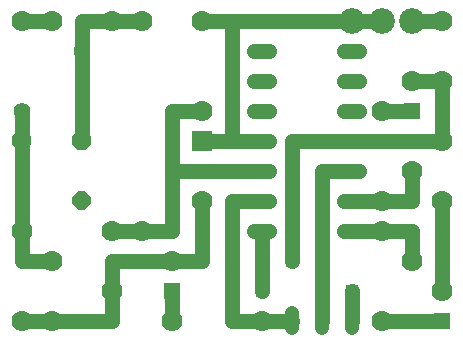
<source format=gbl>
G75*
%MOIN*%
%OFA0B0*%
%FSLAX25Y25*%
%IPPOS*%
%LPD*%
%AMOC8*
5,1,8,0,0,1.08239X$1,22.5*
%
%ADD10C,0.07000*%
%ADD11C,0.01299*%
%ADD12C,0.01187*%
%ADD13R,0.05543X0.05543*%
%ADD14R,0.07000X0.07000*%
%ADD15C,0.04756*%
%ADD16C,0.08600*%
%ADD17C,0.05543*%
%ADD18C,0.05150*%
%ADD19C,0.05000*%
%ADD20R,0.04356X0.04356*%
D10*
X0068897Y0039337D03*
X0078897Y0039337D03*
X0098897Y0049337D03*
X0078897Y0059337D03*
X0068897Y0069337D03*
X0098897Y0069337D03*
X0108897Y0069337D03*
X0118897Y0059337D03*
X0118897Y0039337D03*
X0148897Y0039337D03*
X0188897Y0039337D03*
X0208897Y0049337D03*
X0198897Y0059337D03*
X0188897Y0069337D03*
X0188897Y0079337D03*
X0198897Y0089337D03*
X0208897Y0079337D03*
X0208897Y0099337D03*
X0188897Y0109337D03*
X0198897Y0119337D03*
X0208897Y0119337D03*
X0208897Y0139337D03*
X0128897Y0139337D03*
X0108897Y0139337D03*
X0098897Y0139337D03*
X0078897Y0139337D03*
X0068897Y0139337D03*
X0128897Y0109337D03*
X0128897Y0079337D03*
D11*
X0089323Y0097390D02*
X0089973Y0096740D01*
X0087821Y0096740D01*
X0086300Y0098261D01*
X0086300Y0100413D01*
X0087821Y0101934D01*
X0089973Y0101934D01*
X0091494Y0100413D01*
X0091494Y0098261D01*
X0089973Y0096740D01*
X0089570Y0097714D01*
X0088224Y0097714D01*
X0087274Y0098664D01*
X0087274Y0100010D01*
X0088224Y0100960D01*
X0089570Y0100960D01*
X0090520Y0100010D01*
X0090520Y0098664D01*
X0089570Y0097714D01*
X0089165Y0098688D01*
X0088629Y0098688D01*
X0088248Y0099069D01*
X0088248Y0099605D01*
X0088629Y0099986D01*
X0089165Y0099986D01*
X0089546Y0099605D01*
X0089546Y0099069D01*
X0089165Y0098688D01*
X0069323Y0097390D02*
X0069973Y0096740D01*
X0067821Y0096740D01*
X0066300Y0098261D01*
X0066300Y0100413D01*
X0067821Y0101934D01*
X0069973Y0101934D01*
X0071494Y0100413D01*
X0071494Y0098261D01*
X0069973Y0096740D01*
X0069570Y0097714D01*
X0068224Y0097714D01*
X0067274Y0098664D01*
X0067274Y0100010D01*
X0068224Y0100960D01*
X0069570Y0100960D01*
X0070520Y0100010D01*
X0070520Y0098664D01*
X0069570Y0097714D01*
X0069165Y0098688D01*
X0068629Y0098688D01*
X0068248Y0099069D01*
X0068248Y0099605D01*
X0068629Y0099986D01*
X0069165Y0099986D01*
X0069546Y0099605D01*
X0069546Y0099069D01*
X0069165Y0098688D01*
D12*
X0089287Y0077557D02*
X0089881Y0076963D01*
X0087913Y0076963D01*
X0086523Y0078353D01*
X0086523Y0080321D01*
X0087913Y0081711D01*
X0089881Y0081711D01*
X0091271Y0080321D01*
X0091271Y0078353D01*
X0089881Y0076963D01*
X0089512Y0077854D01*
X0088282Y0077854D01*
X0087414Y0078722D01*
X0087414Y0079952D01*
X0088282Y0080820D01*
X0089512Y0080820D01*
X0090380Y0079952D01*
X0090380Y0078722D01*
X0089512Y0077854D01*
X0089143Y0078745D01*
X0088651Y0078745D01*
X0088305Y0079091D01*
X0088305Y0079583D01*
X0088651Y0079929D01*
X0089143Y0079929D01*
X0089489Y0079583D01*
X0089489Y0079091D01*
X0089143Y0078745D01*
D13*
X0118897Y0049337D03*
X0198897Y0109337D03*
X0208897Y0039337D03*
D14*
X0128897Y0099337D03*
D15*
X0158897Y0041715D02*
X0158897Y0036959D01*
X0168897Y0036959D02*
X0168897Y0041715D01*
X0178897Y0041715D02*
X0178897Y0036959D01*
D16*
X0178897Y0139337D03*
X0188897Y0139337D03*
X0198897Y0139337D03*
D17*
X0088897Y0129337D03*
X0068897Y0109337D03*
D18*
X0146323Y0109337D02*
X0151472Y0109337D01*
X0151472Y0099337D02*
X0146323Y0099337D01*
X0146323Y0089337D02*
X0151472Y0089337D01*
X0151472Y0079337D02*
X0146323Y0079337D01*
X0146323Y0069337D02*
X0151472Y0069337D01*
X0176323Y0069337D02*
X0181472Y0069337D01*
X0181472Y0079337D02*
X0176323Y0079337D01*
X0176323Y0089337D02*
X0181472Y0089337D01*
X0181472Y0099337D02*
X0176323Y0099337D01*
X0176323Y0109337D02*
X0181472Y0109337D01*
X0181472Y0119337D02*
X0176323Y0119337D01*
X0176323Y0129337D02*
X0181472Y0129337D01*
X0151472Y0129337D02*
X0146323Y0129337D01*
X0146323Y0119337D02*
X0151472Y0119337D01*
D19*
X0128897Y0109337D02*
X0118897Y0109337D01*
X0118897Y0089337D01*
X0118897Y0069337D01*
X0108897Y0069337D01*
X0098897Y0069337D01*
X0098897Y0059337D02*
X0098897Y0049337D01*
X0098897Y0039337D01*
X0078897Y0039337D01*
X0068897Y0039337D01*
X0068897Y0059337D02*
X0078897Y0059337D01*
X0068897Y0059337D02*
X0068897Y0069337D01*
X0068897Y0099337D01*
X0068897Y0109337D01*
X0088897Y0099337D02*
X0088897Y0139337D01*
X0098897Y0139337D01*
X0108897Y0139337D01*
X0128897Y0139337D02*
X0138897Y0139337D01*
X0138897Y0099337D01*
X0128897Y0099337D01*
X0148897Y0099337D01*
X0158897Y0099337D02*
X0178897Y0099337D01*
X0208897Y0099337D01*
X0208897Y0119337D01*
X0198897Y0119337D01*
X0198897Y0109337D02*
X0188897Y0109337D01*
X0178897Y0089337D02*
X0168897Y0089337D01*
X0168897Y0039337D01*
X0158897Y0039337D02*
X0148897Y0039337D01*
X0138897Y0039337D01*
X0138897Y0079337D01*
X0148897Y0079337D01*
X0148897Y0089337D02*
X0118897Y0089337D01*
X0128897Y0079337D02*
X0128897Y0059337D01*
X0118897Y0059337D01*
X0108897Y0059337D01*
X0118897Y0059337D02*
X0098897Y0059337D01*
X0118897Y0049337D02*
X0118897Y0039337D01*
X0148897Y0049337D02*
X0148897Y0069337D01*
X0158897Y0059337D02*
X0158897Y0099337D01*
X0178897Y0079337D02*
X0188897Y0079337D01*
X0198897Y0079337D01*
X0198897Y0089337D01*
X0208897Y0079337D02*
X0208897Y0049337D01*
X0208897Y0039337D02*
X0188897Y0039337D01*
X0178897Y0039337D02*
X0178897Y0049337D01*
X0198897Y0059337D02*
X0198897Y0069337D01*
X0188897Y0069337D01*
X0178897Y0069337D01*
X0188897Y0139337D02*
X0138897Y0139337D01*
X0078897Y0139337D02*
X0068897Y0139337D01*
X0198897Y0139337D02*
X0208897Y0139337D01*
D20*
X0158897Y0059337D03*
X0148897Y0049337D03*
X0128897Y0059337D03*
X0178897Y0049337D03*
M02*

</source>
